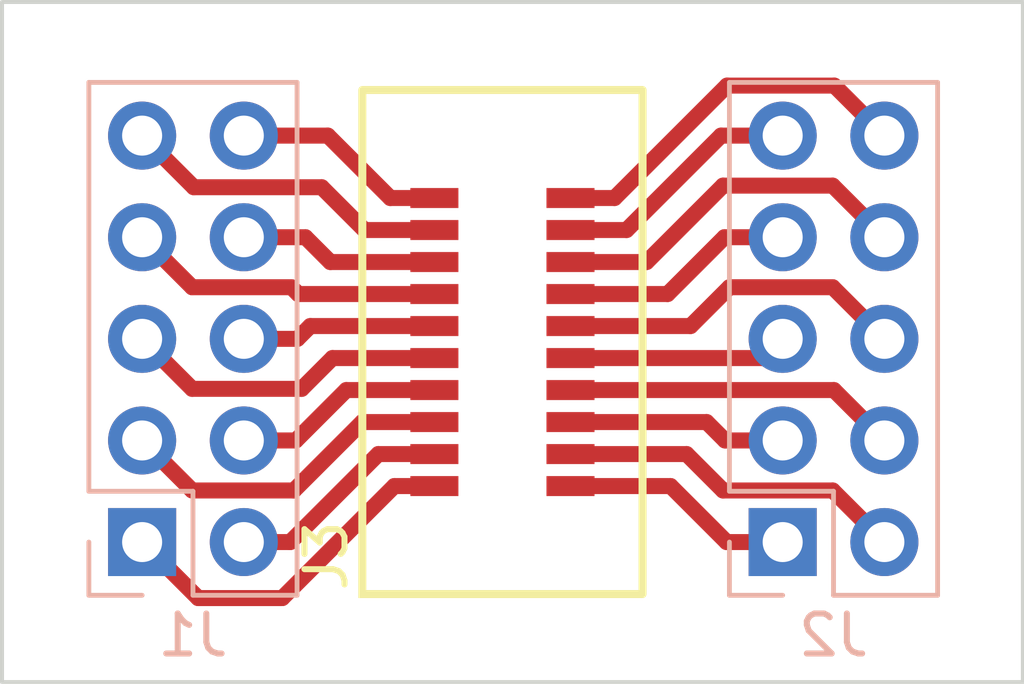
<source format=kicad_pcb>
(kicad_pcb (version 20200811) (host pcbnew "(5.99.0-2820-g96f4e8f6f)")

  (general
    (thickness 1.6)
    (drawings 1)
    (tracks 67)
    (modules 3)
    (nets 21)
  )

  (paper "A4")
  (layers
    (0 "F.Cu" signal)
    (31 "B.Cu" signal)
    (32 "B.Adhes" user)
    (33 "F.Adhes" user)
    (34 "B.Paste" user)
    (35 "F.Paste" user)
    (36 "B.SilkS" user)
    (37 "F.SilkS" user)
    (38 "B.Mask" user)
    (39 "F.Mask" user)
    (40 "Dwgs.User" user)
    (41 "Cmts.User" user)
    (42 "Eco1.User" user)
    (43 "Eco2.User" user)
    (44 "Edge.Cuts" user)
    (45 "Margin" user)
    (46 "B.CrtYd" user)
    (47 "F.CrtYd" user)
    (48 "B.Fab" user)
    (49 "F.Fab" user)
  )

  (setup
    (stackup
      (layer "F.SilkS" (type "Top Silk Screen"))
      (layer "F.Paste" (type "Top Solder Paste"))
      (layer "F.Mask" (type "Top Solder Mask") (color "Green") (thickness 0.01))
      (layer "F.Cu" (type "copper") (thickness 0.035))
      (layer "dielectric 1" (type "core") (thickness 1.51) (material "FR4") (epsilon_r 4.5) (loss_tangent 0.02))
      (layer "B.Cu" (type "copper") (thickness 0.035))
      (layer "B.Mask" (type "Bottom Solder Mask") (color "Green") (thickness 0.01))
      (layer "B.Paste" (type "Bottom Solder Paste"))
      (layer "B.SilkS" (type "Bottom Silk Screen"))
      (copper_finish "None")
      (dielectric_constraints no)
    )
    (pcbplotparams
      (layerselection 0x010fc_ffffffff)
      (usegerberextensions false)
      (usegerberattributes true)
      (usegerberadvancedattributes true)
      (creategerberjobfile true)
      (svguseinch false)
      (svgprecision 6)
      (excludeedgelayer true)
      (linewidth 0.100000)
      (plotframeref false)
      (viasonmask false)
      (mode 1)
      (useauxorigin false)
      (hpglpennumber 1)
      (hpglpenspeed 20)
      (hpglpendiameter 15.000000)
      (psnegative false)
      (psa4output false)
      (plotreference true)
      (plotvalue true)
      (plotinvisibletext false)
      (sketchpadsonfab false)
      (subtractmaskfromsilk false)
      (outputformat 1)
      (mirror false)
      (drillshape 0)
      (scaleselection 1)
      (outputdirectory "gerber")
    )
  )

  (net 0 "")
  (net 1 "/B10")
  (net 2 "/B9")
  (net 3 "/B8")
  (net 4 "/B7")
  (net 5 "/B6")
  (net 6 "/B5")
  (net 7 "/B4")
  (net 8 "/B3")
  (net 9 "/B2")
  (net 10 "/B1")
  (net 11 "/A10")
  (net 12 "/A9")
  (net 13 "/A8")
  (net 14 "/A7")
  (net 15 "/A6")
  (net 16 "/A5")
  (net 17 "/A4")
  (net 18 "/A3")
  (net 19 "/A2")
  (net 20 "/A1")

  (module "common_footprints:EPT_EC.8_20pin" (layer "F.Cu") (tedit 5F774092) (tstamp c207d776-726d-480b-9558-c1adf17e6ef5)
    (at 142 89 90)
    (property "Reichelt" "EC.8 20")
    (path "/3d1df27a-a102-4385-8696-8f0614142475")
    (fp_text reference "J3" (at -6.3 -4.4 90 unlocked) (layer "F.SilkS")
      (effects (font (size 1 1) (thickness 0.15)) (justify left))
      (tstamp 70aa0775-014b-47ac-8258-a8df007fe55c)
    )
    (fp_text value "EPT EC.8 20pin" (at 0 4.6 90 unlocked) (layer "F.Fab")
      (effects (font (size 1 1) (thickness 0.15)))
      (tstamp f5037e59-d813-4658-9ca9-c6def9709a30)
    )
    (fp_rect (start -6.3 -3.5) (end 6.3 3.5) (layer "F.SilkS") (width 0.2) (tstamp de881cc2-b912-4e6d-900c-5df5f7cbeb29))
    (pad "" np_thru_hole circle (at 5.2 0 90) (size 1.27 1.27) (drill 1.27) (layers *.Cu *.Mask)
      (solder_mask_margin 0.01) (clearance 0.05) (tstamp 55eba3bb-671b-4cc5-a741-86b223940f2e))
    (pad "" np_thru_hole circle (at -5.1 1.5 90) (size 1.27 1.27) (drill 1.27) (layers *.Cu *.Mask)
      (solder_mask_margin 0.01) (clearance 0.05) (tstamp bd267e36-48fd-426a-bd26-acc17af20de2))
    (pad "1" smd rect (at -3.6 1.7 90) (size 0.5 1.2) (layers "F.Cu" "F.Paste" "F.Mask")
      (net 20 "/A1") (pinfunction "Pin_1") (solder_mask_margin 0.01) (clearance 0.05) (tstamp 5e2a3ac4-b7ae-4de6-be5f-c6047bc3e66b))
    (pad "2" smd rect (at -3.6 -1.7 90) (size 0.5 1.2) (layers "F.Cu" "F.Paste" "F.Mask")
      (net 10 "/B1") (pinfunction "Pin_2") (solder_mask_margin 0.01) (clearance 0.05) (tstamp e7721210-fa4c-4acb-ae98-8378651cf5c7))
    (pad "3" smd rect (at -2.8 1.7 90) (size 0.5 1.2) (layers "F.Cu" "F.Paste" "F.Mask")
      (net 19 "/A2") (pinfunction "Pin_3") (solder_mask_margin 0.01) (clearance 0.05) (tstamp 9dafcdc0-cd27-4659-aab7-921f3b8e14cf))
    (pad "4" smd rect (at -2.8 -1.7 90) (size 0.5 1.2) (layers "F.Cu" "F.Paste" "F.Mask")
      (net 9 "/B2") (pinfunction "Pin_4") (solder_mask_margin 0.01) (clearance 0.05) (tstamp e80e7a3e-da77-4ce2-ae89-4007dc299c65))
    (pad "5" smd rect (at -2 1.7 90) (size 0.5 1.2) (layers "F.Cu" "F.Paste" "F.Mask")
      (net 18 "/A3") (pinfunction "Pin_5") (solder_mask_margin 0.01) (clearance 0.05) (tstamp 643014d6-72c2-4f4d-a7c4-bfc7b0b83a06))
    (pad "6" smd rect (at -2 -1.7 90) (size 0.5 1.2) (layers "F.Cu" "F.Paste" "F.Mask")
      (net 8 "/B3") (pinfunction "Pin_6") (solder_mask_margin 0.01) (clearance 0.05) (tstamp 9ae0ba6e-89e4-45e3-8d81-b22a12a3b98d))
    (pad "7" smd rect (at -1.2 1.7 90) (size 0.5 1.2) (layers "F.Cu" "F.Paste" "F.Mask")
      (net 17 "/A4") (pinfunction "Pin_7") (solder_mask_margin 0.01) (clearance 0.05) (tstamp 3f89cc0f-95ff-4164-822c-1608e975b7e1))
    (pad "8" smd rect (at -1.2 -1.7 90) (size 0.5 1.2) (layers "F.Cu" "F.Paste" "F.Mask")
      (net 7 "/B4") (pinfunction "Pin_8") (solder_mask_margin 0.01) (clearance 0.05) (tstamp ccbde77b-e584-4afa-81f5-deef96c684c8))
    (pad "9" smd rect (at -0.4 1.7 90) (size 0.5 1.2) (layers "F.Cu" "F.Paste" "F.Mask")
      (net 16 "/A5") (pinfunction "Pin_9") (solder_mask_margin 0.01) (clearance 0.05) (tstamp 1ffda658-7d6a-434a-88d8-4636bb182c95))
    (pad "10" smd rect (at -0.4 -1.7 90) (size 0.5 1.2) (layers "F.Cu" "F.Paste" "F.Mask")
      (net 6 "/B5") (pinfunction "Pin_10") (solder_mask_margin 0.01) (clearance 0.05) (tstamp bc35860c-6e2a-402b-a9ae-481432b3e0f6))
    (pad "11" smd rect (at 0.4 1.7 90) (size 0.5 1.2) (layers "F.Cu" "F.Paste" "F.Mask")
      (net 15 "/A6") (pinfunction "Pin_11") (solder_mask_margin 0.01) (clearance 0.05) (tstamp 229256d0-aaec-4bb7-b05b-6bc996e5f5bd))
    (pad "12" smd rect (at 0.4 -1.7 90) (size 0.5 1.2) (layers "F.Cu" "F.Paste" "F.Mask")
      (net 5 "/B6") (pinfunction "Pin_12") (solder_mask_margin 0.01) (clearance 0.05) (tstamp d52acd35-e3bb-4ba5-8c9a-70511c95272e))
    (pad "13" smd rect (at 1.2 1.7 90) (size 0.5 1.2) (layers "F.Cu" "F.Paste" "F.Mask")
      (net 14 "/A7") (pinfunction "Pin_13") (solder_mask_margin 0.01) (clearance 0.05) (tstamp 53c1cdf6-043a-4bcc-90e1-ad1b6267aeae))
    (pad "14" smd rect (at 1.2 -1.7 90) (size 0.5 1.2) (layers "F.Cu" "F.Paste" "F.Mask")
      (net 4 "/B7") (pinfunction "Pin_14") (solder_mask_margin 0.01) (clearance 0.05) (tstamp eab0e656-0e59-437b-a17b-c4fd04ab0b26))
    (pad "15" smd rect (at 2 1.7 90) (size 0.5 1.2) (layers "F.Cu" "F.Paste" "F.Mask")
      (net 13 "/A8") (pinfunction "Pin_15") (solder_mask_margin 0.01) (clearance 0.05) (tstamp 2f020e3b-e6fd-498c-aa29-084f0595ec81))
    (pad "16" smd rect (at 2 -1.7 90) (size 0.5 1.2) (layers "F.Cu" "F.Paste" "F.Mask")
      (net 3 "/B8") (pinfunction "Pin_16") (solder_mask_margin 0.01) (clearance 0.05) (tstamp 670b9f32-541d-4906-aabb-c9d6f19dac23))
    (pad "17" smd rect (at 2.8 1.7 90) (size 0.5 1.2) (layers "F.Cu" "F.Paste" "F.Mask")
      (net 12 "/A9") (pinfunction "Pin_17") (solder_mask_margin 0.01) (clearance 0.05) (tstamp 3848c83f-f022-406e-a190-eea643349fec))
    (pad "18" smd rect (at 2.8 -1.7 90) (size 0.5 1.2) (layers "F.Cu" "F.Paste" "F.Mask")
      (net 2 "/B9") (pinfunction "Pin_18") (solder_mask_margin 0.01) (clearance 0.05) (tstamp f9d07626-193e-4d25-80e0-95889d31c3f8))
    (pad "19" smd rect (at 3.6 1.7 90) (size 0.5 1.2) (layers "F.Cu" "F.Paste" "F.Mask")
      (net 11 "/A10") (pinfunction "Pin_19") (solder_mask_margin 0.01) (clearance 0.05) (tstamp efadc025-5295-4117-894e-76fc9c77d1a6))
    (pad "20" smd rect (at 3.6 -1.7 90) (size 0.5 1.2) (layers "F.Cu" "F.Paste" "F.Mask")
      (net 1 "/B10") (pinfunction "Pin_20") (solder_mask_margin 0.01) (clearance 0.05) (tstamp d103f9d8-ebca-4ad3-a67a-b9d13f8021f6))
  )

  (module "Connector_PinHeader_2.54mm:PinHeader_2x05_P2.54mm_Vertical" (layer "B.Cu") (tedit 59FED5CC) (tstamp 7e3389eb-1827-4dad-93d7-147fc82f0a9b)
    (at 149 94)
    (descr "Through hole straight pin header, 2x05, 2.54mm pitch, double rows")
    (tags "Through hole pin header THT 2x05 2.54mm double row")
    (path "/6b3463ed-6f77-4939-96a8-996fa4157a95")
    (fp_text reference "J2" (at 1.27 2.33) (layer "B.SilkS")
      (effects (font (size 1 1) (thickness 0.15)) (justify mirror))
      (tstamp ec7abf32-aeb5-4bb7-ba45-2bf4df3d5938)
    )
    (fp_text value "Conn_02x05_Odd_Even" (at 1.27 -12.49) (layer "B.Fab") hide
      (effects (font (size 1 1) (thickness 0.15)) (justify mirror))
      (tstamp 0fa26bb7-54fc-4326-96a1-cf513f39ed83)
    )
    (fp_text user "${REFERENCE}" (at 1.27 -5.08 -90) (layer "B.Fab")
      (effects (font (size 1 1) (thickness 0.15)) (justify mirror))
      (tstamp 6fef10bb-ed44-4c58-b790-3ee1782b4cc6)
    )
    (fp_line (start -1.33 -1.27) (end -1.33 -11.49) (layer "B.SilkS") (width 0.12) (tstamp 1074bce0-d550-4b7f-895d-fd14c8297e5f))
    (fp_line (start -1.33 1.33) (end 0 1.33) (layer "B.SilkS") (width 0.12) (tstamp 53bfbb07-6ac0-4402-8765-22cdd9ea8724))
    (fp_line (start 1.27 -1.27) (end 1.27 1.33) (layer "B.SilkS") (width 0.12) (tstamp 9f43c302-6094-4689-922a-536ea065a227))
    (fp_line (start 3.87 1.33) (end 3.87 -11.49) (layer "B.SilkS") (width 0.12) (tstamp c8479459-98ab-4863-bdac-6965093e0511))
    (fp_line (start 1.27 1.33) (end 3.87 1.33) (layer "B.SilkS") (width 0.12) (tstamp c91baab0-086e-40ee-b184-fc10b8d61b72))
    (fp_line (start -1.33 0) (end -1.33 1.33) (layer "B.SilkS") (width 0.12) (tstamp cd9311e1-305f-4515-b637-afcf3e89f7ee))
    (fp_line (start -1.33 -11.49) (end 3.87 -11.49) (layer "B.SilkS") (width 0.12) (tstamp f0d2c314-3757-416a-bd10-0b674401889f))
    (fp_line (start -1.33 -1.27) (end 1.27 -1.27) (layer "B.SilkS") (width 0.12) (tstamp fbcc76a1-ea92-420f-a313-aedebfdb3f34))
    (fp_line (start 4.35 1.8) (end -1.8 1.8) (layer "B.CrtYd") (width 0.05) (tstamp 27942762-87f2-4803-a079-90015015015d))
    (fp_line (start -1.8 -11.95) (end 4.35 -11.95) (layer "B.CrtYd") (width 0.05) (tstamp 611dc478-0aac-401e-bee3-5bb328003a85))
    (fp_line (start 4.35 -11.95) (end 4.35 1.8) (layer "B.CrtYd") (width 0.05) (tstamp bee4732d-41ac-4fdf-becc-236997510da5))
    (fp_line (start -1.8 1.8) (end -1.8 -11.95) (layer "B.CrtYd") (width 0.05) (tstamp c97b7a40-226f-48c0-90bc-4849c5b26399))
    (fp_line (start 3.81 1.27) (end 3.81 -11.43) (layer "B.Fab") (width 0.1) (tstamp 021a4e1f-5cb1-43e0-8801-51aa96c7be40))
    (fp_line (start 0 1.27) (end 3.81 1.27) (layer "B.Fab") (width 0.1) (tstamp 5871cf0a-f48b-4194-8a2f-2721d132c2d0))
    (fp_line (start -1.27 0) (end 0 1.27) (layer "B.Fab") (width 0.1) (tstamp 7bd76e79-f68a-4d76-b181-2d972eba1d85))
    (fp_line (start 3.81 -11.43) (end -1.27 -11.43) (layer "B.Fab") (width 0.1) (tstamp 8d0e0701-73a6-46c3-9816-a55cbd07843a))
    (fp_line (start -1.27 -11.43) (end -1.27 0) (layer "B.Fab") (width 0.1) (tstamp be61eaa2-bd6d-48d5-8028-e1197e5309f3))
    (pad "1" thru_hole rect (at 0 0) (size 1.7 1.7) (drill 1) (layers *.Cu *.Mask) (remove_unused_layers) (keep_end_layers)
      (net 20 "/A1") (pinfunction "Pin_1") (tstamp 45b42be2-cea1-47b2-8879-272ff0e7abf4))
    (pad "2" thru_hole oval (at 2.54 0) (size 1.7 1.7) (drill 1) (layers *.Cu *.Mask) (remove_unused_layers) (keep_end_layers)
      (net 19 "/A2") (pinfunction "Pin_2") (tstamp e0fb7058-f546-4279-9ec6-99b74ea8c3fa))
    (pad "3" thru_hole oval (at 0 -2.54) (size 1.7 1.7) (drill 1) (layers *.Cu *.Mask) (remove_unused_layers) (keep_end_layers)
      (net 18 "/A3") (pinfunction "Pin_3") (tstamp 4beb6792-07bf-472b-ad1d-8017cf9b498c))
    (pad "4" thru_hole oval (at 2.54 -2.54) (size 1.7 1.7) (drill 1) (layers *.Cu *.Mask)
      (net 17 "/A4") (pinfunction "Pin_4") (tstamp 7a58c48b-1306-417e-9b55-8350ecd70605))
    (pad "5" thru_hole oval (at 0 -5.08) (size 1.7 1.7) (drill 1) (layers *.Cu *.Mask)
      (net 16 "/A5") (pinfunction "Pin_5") (tstamp beb08ce1-9ce1-4ee8-b81b-30c89cba792e))
    (pad "6" thru_hole oval (at 2.54 -5.08) (size 1.7 1.7) (drill 1) (layers *.Cu *.Mask)
      (net 15 "/A6") (pinfunction "Pin_6") (tstamp 9c632be4-bd26-47f8-b8db-1fdb3a5193e3))
    (pad "7" thru_hole oval (at 0 -7.62) (size 1.7 1.7) (drill 1) (layers *.Cu *.Mask)
      (net 14 "/A7") (pinfunction "Pin_7") (tstamp dfe0ca30-6633-4e05-976f-7cb2462cf2ad))
    (pad "8" thru_hole oval (at 2.54 -7.62) (size 1.7 1.7) (drill 1) (layers *.Cu *.Mask)
      (net 13 "/A8") (pinfunction "Pin_8") (tstamp 0e81ecb6-8a2d-49ac-9629-61448914cf4c))
    (pad "9" thru_hole oval (at 0 -10.16) (size 1.7 1.7) (drill 1) (layers *.Cu *.Mask)
      (net 12 "/A9") (pinfunction "Pin_9") (tstamp aa6c8b71-14c5-4b37-862e-0ae5079b6250))
    (pad "10" thru_hole oval (at 2.54 -10.16) (size 1.7 1.7) (drill 1) (layers *.Cu *.Mask)
      (net 11 "/A10") (pinfunction "Pin_10") (tstamp a0fad4a0-f214-4b40-8faa-d3e39c29b893))
    (model "${KISYS3DMOD}/Connector_PinHeader_2.54mm.3dshapes/PinHeader_2x05_P2.54mm_Vertical.wrl"
      (offset (xyz 0 0 0))
      (scale (xyz 1 1 1))
      (rotate (xyz 0 0 0))
    )
  )

  (module "Connector_PinHeader_2.54mm:PinHeader_2x05_P2.54mm_Vertical" (layer "B.Cu") (tedit 59FED5CC) (tstamp a843ead7-b140-4625-b0b5-a62fd60cd038)
    (at 133 94)
    (descr "Through hole straight pin header, 2x05, 2.54mm pitch, double rows")
    (tags "Through hole pin header THT 2x05 2.54mm double row")
    (path "/11c51f8e-2d37-4686-bde5-822593c1e251")
    (fp_text reference "J1" (at 1.27 2.33) (layer "B.SilkS")
      (effects (font (size 1 1) (thickness 0.15)) (justify mirror))
      (tstamp f3519a5d-4e31-481e-b6e7-216578eb599a)
    )
    (fp_text value "Conn_02x05_Odd_Even" (at 1.27 -12.49) (layer "B.Fab") hide
      (effects (font (size 1 1) (thickness 0.15)) (justify mirror))
      (tstamp 3ef2f5a0-6974-442e-9ae9-7b0f3f70a808)
    )
    (fp_text user "${REFERENCE}" (at 1.27 -5.08 -90) (layer "B.Fab")
      (effects (font (size 1 1) (thickness 0.15)) (justify mirror))
      (tstamp 0a1cf444-7276-4fcf-b195-7d23c555e508)
    )
    (fp_line (start -1.33 -1.27) (end -1.33 -11.49) (layer "B.SilkS") (width 0.12) (tstamp 8302f071-748d-42c9-aad9-df80e0fbf05f))
    (fp_line (start -1.33 -1.27) (end 1.27 -1.27) (layer "B.SilkS") (width 0.12) (tstamp 99cc708a-d1d3-4810-847b-494e03415c75))
    (fp_line (start 1.27 1.33) (end 3.87 1.33) (layer "B.SilkS") (width 0.12) (tstamp a3130435-b013-4b38-8ce7-cd81ff17aac4))
    (fp_line (start -1.33 1.33) (end 0 1.33) (layer "B.SilkS") (width 0.12) (tstamp ae302555-0612-4917-8115-cc87a2cdc45f))
    (fp_line (start 1.27 -1.27) (end 1.27 1.33) (layer "B.SilkS") (width 0.12) (tstamp aff06da1-15e8-4ccd-ac52-13d31a0030fc))
    (fp_line (start -1.33 0) (end -1.33 1.33) (layer "B.SilkS") (width 0.12) (tstamp cd702422-62c5-4efb-93f8-5076b2bcd84e))
    (fp_line (start 3.87 1.33) (end 3.87 -11.49) (layer "B.SilkS") (width 0.12) (tstamp e445e484-7619-4ac8-8f79-f8d458650bc9))
    (fp_line (start -1.33 -11.49) (end 3.87 -11.49) (layer "B.SilkS") (width 0.12) (tstamp e7bf1d61-c539-414f-acdc-727ba1eea6e2))
    (fp_line (start 4.35 1.8) (end -1.8 1.8) (layer "B.CrtYd") (width 0.05) (tstamp a08ae029-ec15-40e8-9e84-389553bf30da))
    (fp_line (start -1.8 1.8) (end -1.8 -11.95) (layer "B.CrtYd") (width 0.05) (tstamp a61ed065-5d14-4e62-a2db-05c47f0cb4b4))
    (fp_line (start -1.8 -11.95) (end 4.35 -11.95) (layer "B.CrtYd") (width 0.05) (tstamp ae069682-463b-4d4a-bebd-ec2fd523583c))
    (fp_line (start 4.35 -11.95) (end 4.35 1.8) (layer "B.CrtYd") (width 0.05) (tstamp df007aa5-b452-400f-9768-702909385373))
    (fp_line (start -1.27 -11.43) (end -1.27 0) (layer "B.Fab") (width 0.1) (tstamp 248ef2d2-b3cc-40a9-9672-632e56a3d5f7))
    (fp_line (start 0 1.27) (end 3.81 1.27) (layer "B.Fab") (width 0.1) (tstamp 25789668-01e8-4b52-a2bf-72a731107a70))
    (fp_line (start 3.81 1.27) (end 3.81 -11.43) (layer "B.Fab") (width 0.1) (tstamp 48b93026-fe79-431e-8390-0ffd4cdbc603))
    (fp_line (start 3.81 -11.43) (end -1.27 -11.43) (layer "B.Fab") (width 0.1) (tstamp 7779838b-f553-4723-aedf-eb9f85c9c641))
    (fp_line (start -1.27 0) (end 0 1.27) (layer "B.Fab") (width 0.1) (tstamp ecb101b1-33bc-4ad4-8135-44c4a18b8821))
    (pad "1" thru_hole rect (at 0 0) (size 1.7 1.7) (drill 1) (layers *.Cu *.Mask) (remove_unused_layers) (keep_end_layers)
      (net 10 "/B1") (pinfunction "Pin_1") (tstamp 04aee0c9-a526-40fa-b921-29006afded8f))
    (pad "2" thru_hole oval (at 2.54 0) (size 1.7 1.7) (drill 1) (layers *.Cu *.Mask) (remove_unused_layers) (keep_end_layers)
      (net 9 "/B2") (pinfunction "Pin_2") (tstamp f48f447b-401a-4211-98e4-b052351a559c))
    (pad "3" thru_hole oval (at 0 -2.54) (size 1.7 1.7) (drill 1) (layers *.Cu *.Mask)
      (net 8 "/B3") (pinfunction "Pin_3") (tstamp f4a89fec-8a89-480c-be09-6b0e6ee7e75f))
    (pad "4" thru_hole oval (at 2.54 -2.54) (size 1.7 1.7) (drill 1) (layers *.Cu *.Mask) (remove_unused_layers) (keep_end_layers)
      (net 7 "/B4") (pinfunction "Pin_4") (tstamp 157e8276-85af-4a26-9ab3-69b3a0357bf1))
    (pad "5" thru_hole oval (at 0 -5.08) (size 1.7 1.7) (drill 1) (layers *.Cu *.Mask)
      (net 6 "/B5") (pinfunction "Pin_5") (tstamp 18b37ab6-6717-422d-9472-e94babf69c46))
    (pad "6" thru_hole oval (at 2.54 -5.08) (size 1.7 1.7) (drill 1) (layers *.Cu *.Mask)
      (net 5 "/B6") (pinfunction "Pin_6") (tstamp e8f37880-3230-4b1e-87bc-786e5108daa4))
    (pad "7" thru_hole oval (at 0 -7.62) (size 1.7 1.7) (drill 1) (layers *.Cu *.Mask)
      (net 4 "/B7") (pinfunction "Pin_7") (tstamp 3b44843d-a4e6-44f8-9827-989f0e26aaca))
    (pad "8" thru_hole oval (at 2.54 -7.62) (size 1.7 1.7) (drill 1) (layers *.Cu *.Mask)
      (net 3 "/B8") (pinfunction "Pin_8") (tstamp 090bbc9a-0a08-433c-98f2-b52aafc3aca4))
    (pad "9" thru_hole oval (at 0 -10.16) (size 1.7 1.7) (drill 1) (layers *.Cu *.Mask)
      (net 2 "/B9") (pinfunction "Pin_9") (tstamp edcf5b1e-7b62-4332-a7f5-599c7de691ff))
    (pad "10" thru_hole oval (at 2.54 -10.16) (size 1.7 1.7) (drill 1) (layers *.Cu *.Mask)
      (net 1 "/B10") (pinfunction "Pin_10") (tstamp eed37ebf-a385-4dae-987b-3ffe8a6cd930))
    (model "${KISYS3DMOD}/Connector_PinHeader_2.54mm.3dshapes/PinHeader_2x05_P2.54mm_Vertical.wrl"
      (offset (xyz 0 0 0))
      (scale (xyz 1 1 1))
      (rotate (xyz 0 0 0))
    )
  )

  (gr_rect (start 129.5 80.5) (end 155 97.5) (layer "Edge.Cuts") (width 0.1) (tstamp c531d5e0-baf6-49d9-b54c-236a70128324))

  (segment (start 139.2 85.4) (end 140.3 85.4) (width 0.4) (layer "F.Cu") (net 1) (tstamp 02c2304a-928b-4a64-8f32-0bcdbf02db45))
  (segment (start 137.64 83.84) (end 139.2 85.4) (width 0.4) (layer "F.Cu") (net 1) (tstamp 80a99854-da37-4ae8-a185-738f722af7ab))
  (segment (start 135.54 83.84) (end 137.64 83.84) (width 0.4) (layer "F.Cu") (net 1) (tstamp 8912a4bd-d0c0-4f55-a36b-6b18c2a99068))
  (segment (start 140.3 86.2) (end 138.555001 86.2) (width 0.4) (layer "F.Cu") (net 2) (tstamp 0b8e7514-43fd-49a3-9d66-a92b16f68ff1))
  (segment (start 134.289999 85.129999) (end 133 83.84) (width 0.4) (layer "F.Cu") (net 2) (tstamp 1be14771-96be-4fc8-be27-057e0517ad60))
  (segment (start 138.555001 86.2) (end 137.485 85.129999) (width 0.4) (layer "F.Cu") (net 2) (tstamp 3d24a66b-c14e-4b03-89df-19bff18acf93))
  (segment (start 137.485 85.129999) (end 134.289999 85.129999) (width 0.4) (layer "F.Cu") (net 2) (tstamp 57e8fa9c-bde9-4b96-b963-af3b8e843fe7))
  (segment (start 137.7 87) (end 140.3 87) (width 0.4) (layer "F.Cu") (net 3) (tstamp 2bbda3c9-5775-4e7a-9089-2ca591c57920))
  (segment (start 137.08 86.38) (end 137.7 87) (width 0.4) (layer "F.Cu") (net 3) (tstamp 5380cb8e-ce6e-4dd0-bc37-b2449af956b9))
  (segment (start 135.54 86.38) (end 137.08 86.38) (width 0.4) (layer "F.Cu") (net 3) (tstamp b44b090d-21d7-45ce-8e79-73cacda7a665))
  (segment (start 136.730001 87.630001) (end 134.250001 87.630001) (width 0.4) (layer "F.Cu") (net 4) (tstamp 42fac235-32f5-4edb-9ad0-66af9d74ea0e))
  (segment (start 134.250001 87.630001) (end 133 86.38) (width 0.4) (layer "F.Cu") (net 4) (tstamp 54d3f81c-71a0-4496-9458-3f8093b9d165))
  (segment (start 136.9 87.8) (end 136.730001 87.630001) (width 0.4) (layer "F.Cu") (net 4) (tstamp 7152334b-40cd-4f6e-9191-3897677b64e5))
  (segment (start 140.3 87.8) (end 136.9 87.8) (width 0.4) (layer "F.Cu") (net 4) (tstamp 7b368c0a-9f9f-4703-aec0-f40b3d939c6b))
  (segment (start 137.2 88.6) (end 140.3 88.6) (width 0.4) (layer "F.Cu") (net 5) (tstamp 39134b04-d950-4261-aaf5-16034aa30b1e))
  (segment (start 135.54 88.92) (end 136.88 88.92) (width 0.4) (layer "F.Cu") (net 5) (tstamp b5a6e602-bac3-4ec4-90bb-2599cea9563a))
  (segment (start 136.88 88.92) (end 137.2 88.6) (width 0.4) (layer "F.Cu") (net 5) (tstamp c59a1743-659d-4275-8bd2-fe2633bc12b6))
  (segment (start 134.250001 90.170001) (end 133 88.92) (width 0.4) (layer "F.Cu") (net 6) (tstamp 406c4fd1-5cd9-4fc4-b08d-11f70d9d7c87))
  (segment (start 140.3 89.4) (end 137.755001 89.4) (width 0.4) (layer "F.Cu") (net 6) (tstamp 5d560387-07eb-448a-8ad4-ed7327b96613))
  (segment (start 137.755001 89.4) (end 136.985 90.170001) (width 0.4) (layer "F.Cu") (net 6) (tstamp 5dd68008-63a7-455a-81fd-5c3805b44b17))
  (segment (start 136.985 90.170001) (end 134.250001 90.170001) (width 0.4) (layer "F.Cu") (net 6) (tstamp 7e11467b-32d3-418a-822e-b46a8228c7a8))
  (segment (start 138.1 90.2) (end 140.3 90.2) (width 0.4) (layer "F.Cu") (net 7) (tstamp 141cd301-f0b4-45e7-bf77-a0b820760cfa))
  (segment (start 135.54 91.46) (end 136.84 91.46) (width 0.4) (layer "F.Cu") (net 7) (tstamp b81898d7-2f20-4d56-bb40-048f75df7fe7))
  (segment (start 136.84 91.46) (end 138.1 90.2) (width 0.4) (layer "F.Cu") (net 7) (tstamp f611517e-f432-4a81-ab26-27d1230e4938))
  (segment (start 136.789999 92.710001) (end 134.250001 92.710001) (width 0.4) (layer "F.Cu") (net 8) (tstamp 15a55a41-b874-46bd-9c59-cce35fc971cd))
  (segment (start 138.5 91) (end 136.789999 92.710001) (width 0.4) (layer "F.Cu") (net 8) (tstamp 2728c4e4-2788-4ae3-bbd5-4b15a3a99614))
  (segment (start 140.3 91) (end 138.5 91) (width 0.4) (layer "F.Cu") (net 8) (tstamp 2ed0cd7e-5aa7-4027-a85f-9af7bd1c49ba))
  (segment (start 134.250001 92.710001) (end 133 91.46) (width 0.4) (layer "F.Cu") (net 8) (tstamp 4bec62e9-91ac-46cb-a56e-10bf01fd8923))
  (segment (start 138.9 91.8) (end 140.3 91.8) (width 0.4) (layer "F.Cu") (net 9) (tstamp 1f826db4-4032-4075-b441-326d530ee93b))
  (segment (start 135.54 94) (end 136.7 94) (width 0.4) (layer "F.Cu") (net 9) (tstamp 2c7280e0-9960-40d7-8678-079f51189190))
  (segment (start 136.7 94) (end 138.9 91.8) (width 0.4) (layer "F.Cu") (net 9) (tstamp 81dab4ab-da5b-4592-add4-6dc7d92a3d16))
  (segment (start 134.4 95.4) (end 133 94) (width 0.4) (layer "F.Cu") (net 10) (tstamp 759df44b-0992-48e7-ace7-55366a045b34))
  (segment (start 136.5 95.4) (end 134.4 95.4) (width 0.4) (layer "F.Cu") (net 10) (tstamp a3f2efb3-bb48-4013-bb98-189a9bd9ae89))
  (segment (start 140.3 92.6) (end 139.3 92.6) (width 0.4) (layer "F.Cu") (net 10) (tstamp b7df0396-2cbe-4201-9a2a-cf358fa2482a))
  (segment (start 139.3 92.6) (end 136.5 95.4) (width 0.4) (layer "F.Cu") (net 10) (tstamp e6a57366-0e4a-4114-8310-0f856e391490))
  (segment (start 151.54 83.84) (end 150.289999 82.589999) (width 0.4) (layer "F.Cu") (net 11) (tstamp 1a87d6f0-7dbe-4561-b8d4-f880089b7f8b))
  (segment (start 150.289999 82.589999) (end 147.610001 82.589999) (width 0.4) (layer "F.Cu") (net 11) (tstamp 5e6c883c-4e0b-49b3-8d98-68f10fdc4c57))
  (segment (start 144.8 85.4) (end 143.7 85.4) (width 0.4) (layer "F.Cu") (net 11) (tstamp 606bce88-932d-402b-ab59-42a1e02dc969))
  (segment (start 147.610001 82.589999) (end 144.8 85.4) (width 0.4) (layer "F.Cu") (net 11) (tstamp d8a4d71d-099a-4b3a-8ef2-b02bf04d0bde))
  (segment (start 149 83.84) (end 147.46 83.84) (width 0.4) (layer "F.Cu") (net 12) (tstamp 185c99f1-05e2-41b6-ac7d-4403a72d23a2))
  (segment (start 147.46 83.84) (end 145.1 86.2) (width 0.4) (layer "F.Cu") (net 12) (tstamp 3442fcc6-b6ae-4035-999b-29256c49ff4b))
  (segment (start 145.1 86.2) (end 143.7 86.2) (width 0.4) (layer "F.Cu") (net 12) (tstamp f67f360a-6fd4-482d-85da-b821df61da12))
  (segment (start 145.6 87) (end 143.7 87) (width 0.4) (layer "F.Cu") (net 13) (tstamp 1f87fdc4-0b8f-4684-b086-07a3eb27a005))
  (segment (start 147.509999 85.090001) (end 145.6 87) (width 0.4) (layer "F.Cu") (net 13) (tstamp 4d0dc18f-87ec-42f7-ac8b-2a84c9046a34))
  (segment (start 150.250001 85.090001) (end 147.509999 85.090001) (width 0.4) (layer "F.Cu") (net 13) (tstamp 50ca59fb-d482-423e-9ae2-d8bfd2486ba1))
  (segment (start 151.54 86.38) (end 150.250001 85.090001) (width 0.4) (layer "F.Cu") (net 13) (tstamp b5223bfe-5d99-4c37-8794-41eb6e0b70b2))
  (segment (start 143.7 87.8) (end 146.125729 87.8) (width 0.4) (layer "F.Cu") (net 14) (tstamp 2e219fb0-f62e-46b2-b3cb-6faa6311b672))
  (segment (start 147.545729 86.38) (end 149 86.38) (width 0.4) (layer "F.Cu") (net 14) (tstamp 3b3be848-454c-4acc-bbfa-2da806a763e5))
  (segment (start 146.125729 87.8) (end 147.545729 86.38) (width 0.4) (layer "F.Cu") (net 14) (tstamp 77e8ac89-07be-46b8-a295-2fae550b706c))
  (segment (start 146.7 88.6) (end 143.7 88.6) (width 0.4) (layer "F.Cu") (net 15) (tstamp 067d9235-7b4b-4720-bf53-15d5119e663c))
  (segment (start 147.669999 87.630001) (end 146.7 88.6) (width 0.4) (layer "F.Cu") (net 15) (tstamp 45e9b22c-b70f-43b6-99fc-5a0f1303ee48))
  (segment (start 150.250001 87.630001) (end 147.669999 87.630001) (width 0.4) (layer "F.Cu") (net 15) (tstamp 922fbebd-1dda-4fa8-842b-03fa151da310))
  (segment (start 151.54 88.92) (end 150.250001 87.630001) (width 0.4) (layer "F.Cu") (net 15) (tstamp b5be0942-e3f3-425b-bc6a-564f24517390))
  (segment (start 143.7 89.4) (end 148.52 89.4) (width 0.4) (layer "F.Cu") (net 16) (tstamp 2d71727d-61d5-4eaa-b7d5-a2fe8da91209))
  (segment (start 148.52 89.4) (end 149 88.92) (width 0.4) (layer "F.Cu") (net 16) (tstamp b974e83d-7c06-4773-80d6-80149cac1c35))
  (segment (start 143.7 90.2) (end 150.28 90.2) (width 0.4) (layer "F.Cu") (net 17) (tstamp 3de5c823-73c0-4604-be60-55ead120161f))
  (segment (start 150.28 90.2) (end 151.54 91.46) (width 0.4) (layer "F.Cu") (net 17) (tstamp c149d874-a19b-43f0-9045-1f738df6484c))
  (segment (start 147.1 91) (end 147.56 91.46) (width 0.4) (layer "F.Cu") (net 18) (tstamp 55c83722-4299-4dd1-bedb-7ddb32db959e))
  (segment (start 147.56 91.46) (end 149 91.46) (width 0.4) (layer "F.Cu") (net 18) (tstamp 57aa21bf-8a76-462d-a52a-8f83e6665634))
  (segment (start 143.7 91) (end 147.1 91) (width 0.4) (layer "F.Cu") (net 18) (tstamp ad041eb9-6100-41e9-9325-d8fc495c64fa))
  (segment (start 143.7 91.8) (end 146.6 91.8) (width 0.4) (layer "F.Cu") (net 19) (tstamp 2e348981-6216-42e2-b982-75dc00fd8b2c))
  (segment (start 147.510001 92.710001) (end 150.250001 92.710001) (width 0.4) (layer "F.Cu") (net 19) (tstamp 44cce0f9-d623-4559-b418-5704820512e1))
  (segment (start 146.6 91.8) (end 147.510001 92.710001) (width 0.4) (layer "F.Cu") (net 19) (tstamp 7ef13fe3-4149-4a69-9697-6cf8d7bff853))
  (segment (start 150.250001 92.710001) (end 151.54 94) (width 0.4) (layer "F.Cu") (net 19) (tstamp 87e44064-1f57-4d79-8846-9fe72280339c))
  (segment (start 147.6 94) (end 149 94) (width 0.4) (layer "F.Cu") (net 20) (tstamp 2adf93bd-2bf6-43f8-b0e4-5d41c88bb3e8))
  (segment (start 146.2 92.6) (end 147.6 94) (width 0.4) (layer "F.Cu") (net 20) (tstamp 2b9bb50e-bbdd-4fd2-88b8-77f7342b9e2a))
  (segment (start 143.7 92.6) (end 146.2 92.6) (width 0.4) (layer "F.Cu") (net 20) (tstamp 8d1a3071-305a-41fa-b070-89a3cb364114))

)

</source>
